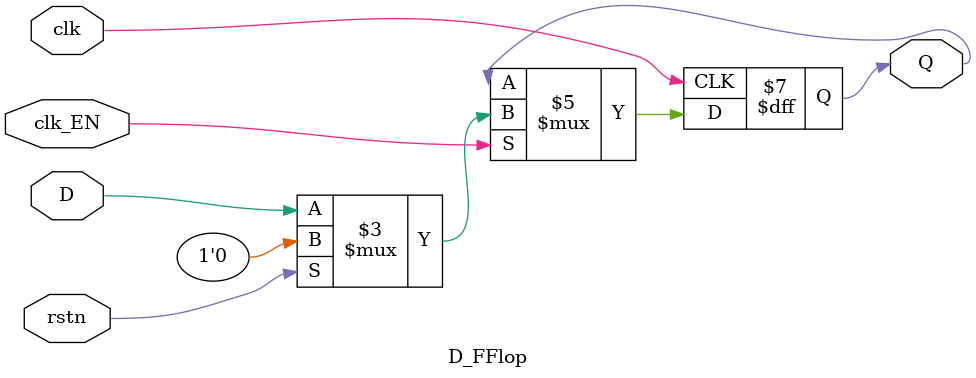
<source format=v>
`define ASYNC     0
`define SYNC      1
module D_FFlop(
    D, rstn, clk_EN, clk, Q
);
parameter RST_TYPE = `SYNC,
          WIDTH    = 1;
input [WIDTH-1 :0] D;
input rstn, clk_EN, clk;
output reg [WIDTH-1 :0] Q;

generate if(RST_TYPE == `ASYNC) begin
        always @(posedge clk or negedge rstn)
        begin
            if(clk_EN) begin 
                if(rstn)
                    Q <= 0;
                else
                    Q <= D;
            end
        end
    end
    else begin
       always @(posedge clk)
        begin
            if(clk_EN) begin
                if(rstn)
                    Q <= 0;
                else
                    Q <= D;
            end
        end 
    end

endgenerate
endmodule
</source>
